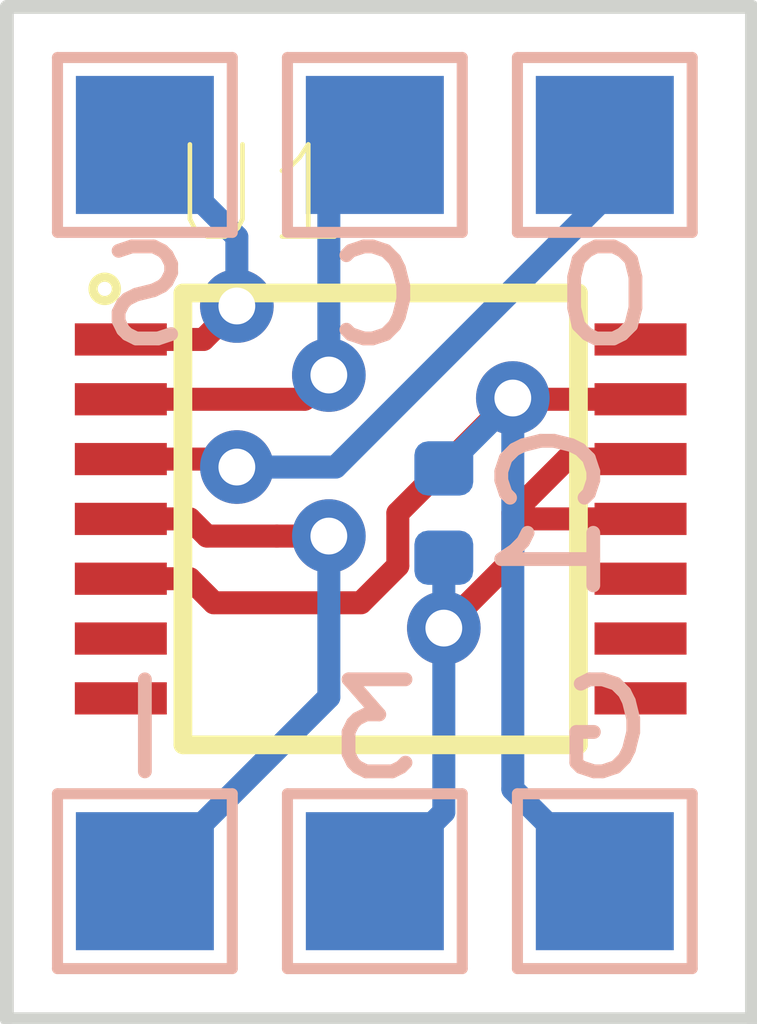
<source format=kicad_pcb>
(kicad_pcb (version 20171130) (host pcbnew 5.1.5+dfsg1-2build2)

  (general
    (thickness 1.6)
    (drawings 4)
    (tracks 46)
    (zones 0)
    (modules 8)
    (nets 13)
  )

  (page A4)
  (layers
    (0 F.Cu signal)
    (31 B.Cu signal)
    (32 B.Adhes user)
    (33 F.Adhes user)
    (34 B.Paste user)
    (35 F.Paste user)
    (36 B.SilkS user)
    (37 F.SilkS user)
    (38 B.Mask user)
    (39 F.Mask user)
    (40 Dwgs.User user)
    (41 Cmts.User user)
    (42 Eco1.User user)
    (43 Eco2.User user)
    (44 Edge.Cuts user)
    (45 Margin user)
    (46 B.CrtYd user)
    (47 F.CrtYd user)
    (48 B.Fab user)
    (49 F.Fab user)
  )

  (setup
    (last_trace_width 0.25)
    (trace_clearance 0.2)
    (zone_clearance 0.508)
    (zone_45_only no)
    (trace_min 0.2)
    (via_size 0.8)
    (via_drill 0.4)
    (via_min_size 0.4)
    (via_min_drill 0.3)
    (uvia_size 0.3)
    (uvia_drill 0.1)
    (uvias_allowed no)
    (uvia_min_size 0.2)
    (uvia_min_drill 0.1)
    (edge_width 0.15)
    (segment_width 0.2)
    (pcb_text_width 0.3)
    (pcb_text_size 1.5 1.5)
    (mod_edge_width 0.15)
    (mod_text_size 1 1)
    (mod_text_width 0.15)
    (pad_size 1.524 1.524)
    (pad_drill 0.762)
    (pad_to_mask_clearance 0.051)
    (solder_mask_min_width 0.25)
    (aux_axis_origin 0 0)
    (visible_elements FFFFFF7F)
    (pcbplotparams
      (layerselection 0x010f0_ffffffff)
      (usegerberextensions false)
      (usegerberattributes false)
      (usegerberadvancedattributes false)
      (creategerberjobfile false)
      (excludeedgelayer true)
      (linewidth 0.100000)
      (plotframeref false)
      (viasonmask false)
      (mode 1)
      (useauxorigin false)
      (hpglpennumber 1)
      (hpglpenspeed 20)
      (hpglpendiameter 15.000000)
      (psnegative false)
      (psa4output false)
      (plotreference true)
      (plotvalue true)
      (plotinvisibletext false)
      (padsonsilk false)
      (subtractmaskfromsilk false)
      (outputformat 1)
      (mirror false)
      (drillshape 0)
      (scaleselection 1)
      (outputdirectory ""))
  )

  (net 0 "")
  (net 1 +3V3)
  (net 2 "Net-(Clk1-Pad1)")
  (net 3 "Net-(U1-Pad4)")
  (net 4 "Net-(U1-Pad3)")
  (net 5 GND)
  (net 6 "Net-(Sc1-Pad1)")
  (net 7 "Net-(U1-Pad6)")
  (net 8 "Net-(U1-Pad7)")
  (net 9 "Net-(U1-Pad8)")
  (net 10 "Net-(U1-Pad9)")
  (net 11 "Net-(U1-Pad10)")
  (net 12 "Net-(U1-Pad14)")

  (net_class Default "This is the default net class."
    (clearance 0.2)
    (trace_width 0.25)
    (via_dia 0.8)
    (via_drill 0.4)
    (uvia_dia 0.3)
    (uvia_drill 0.1)
    (add_net +3V3)
    (add_net GND)
    (add_net "Net-(Clk1-Pad1)")
    (add_net "Net-(Sc1-Pad1)")
    (add_net "Net-(U1-Pad10)")
    (add_net "Net-(U1-Pad14)")
    (add_net "Net-(U1-Pad3)")
    (add_net "Net-(U1-Pad4)")
    (add_net "Net-(U1-Pad6)")
    (add_net "Net-(U1-Pad7)")
    (add_net "Net-(U1-Pad8)")
    (add_net "Net-(U1-Pad9)")
  )

  (module Capacitor_SMD:C_0402_1005Metric (layer B.Cu) (tedit 5B301BBE) (tstamp 5D6E646B)
    (at 34.25 30.5 90)
    (descr "Capacitor SMD 0402 (1005 Metric), square (rectangular) end terminal, IPC_7351 nominal, (Body size source: http://www.tortai-tech.com/upload/download/2011102023233369053.pdf), generated with kicad-footprint-generator")
    (tags capacitor)
    (path /5D66594B)
    (attr smd)
    (fp_text reference C1 (at 0 1.17 90) (layer B.SilkS)
      (effects (font (size 1 1) (thickness 0.15)) (justify mirror))
    )
    (fp_text value C (at 0 -1.17 90) (layer B.Fab)
      (effects (font (size 1 1) (thickness 0.15)) (justify mirror))
    )
    (fp_line (start -0.5 -0.25) (end -0.5 0.25) (layer B.Fab) (width 0.1))
    (fp_line (start -0.5 0.25) (end 0.5 0.25) (layer B.Fab) (width 0.1))
    (fp_line (start 0.5 0.25) (end 0.5 -0.25) (layer B.Fab) (width 0.1))
    (fp_line (start 0.5 -0.25) (end -0.5 -0.25) (layer B.Fab) (width 0.1))
    (fp_line (start -0.93 -0.47) (end -0.93 0.47) (layer B.CrtYd) (width 0.05))
    (fp_line (start -0.93 0.47) (end 0.93 0.47) (layer B.CrtYd) (width 0.05))
    (fp_line (start 0.93 0.47) (end 0.93 -0.47) (layer B.CrtYd) (width 0.05))
    (fp_line (start 0.93 -0.47) (end -0.93 -0.47) (layer B.CrtYd) (width 0.05))
    (fp_text user %R (at 0 0 90) (layer B.Fab)
      (effects (font (size 0.25 0.25) (thickness 0.04)) (justify mirror))
    )
    (pad 1 smd roundrect (at -0.485 0 90) (size 0.59 0.64) (layers B.Cu B.Paste B.Mask) (roundrect_rratio 0.25)
      (net 1 +3V3))
    (pad 2 smd roundrect (at 0.485 0 90) (size 0.59 0.64) (layers B.Cu B.Paste B.Mask) (roundrect_rratio 0.25)
      (net 5 GND))
    (model ${KISYS3DMOD}/Capacitor_SMD.3dshapes/C_0402_1005Metric.wrl
      (at (xyz 0 0 0))
      (scale (xyz 1 1 1))
      (rotate (xyz 0 0 0))
    )
  )

  (module TestPoint:TestPoint_Pad_1.5x1.5mm (layer B.Cu) (tedit 5D6675DA) (tstamp 5D6DEA55)
    (at 31 26.5)
    (descr "SMD rectangular pad as test Point, square 1.5mm side length")
    (tags "test point SMD pad rectangle square")
    (path /5D65C92D)
    (attr virtual)
    (fp_text reference S (at 0 1.648) (layer B.SilkS)
      (effects (font (size 1 1) (thickness 0.15)) (justify mirror))
    )
    (fp_text value Conn_01x01 (at 0 -1.75) (layer B.Fab) hide
      (effects (font (size 1 1) (thickness 0.15)) (justify mirror))
    )
    (fp_text user %R (at 0 1.65) (layer B.Fab)
      (effects (font (size 1 1) (thickness 0.15)) (justify mirror))
    )
    (fp_line (start -0.95 0.95) (end 0.95 0.95) (layer B.SilkS) (width 0.12))
    (fp_line (start 0.95 0.95) (end 0.95 -0.95) (layer B.SilkS) (width 0.12))
    (fp_line (start 0.95 -0.95) (end -0.95 -0.95) (layer B.SilkS) (width 0.12))
    (fp_line (start -0.95 -0.95) (end -0.95 0.95) (layer B.SilkS) (width 0.12))
    (fp_line (start -1.25 1.25) (end 1.25 1.25) (layer B.CrtYd) (width 0.05))
    (fp_line (start -1.25 1.25) (end -1.25 -1.25) (layer B.CrtYd) (width 0.05))
    (fp_line (start 1.25 -1.25) (end 1.25 1.25) (layer B.CrtYd) (width 0.05))
    (fp_line (start 1.25 -1.25) (end -1.25 -1.25) (layer B.CrtYd) (width 0.05))
    (pad 1 smd rect (at 0 0) (size 1.5 1.5) (layers B.Cu B.Mask)
      (net 6 "Net-(Sc1-Pad1)"))
  )

  (module TestPoint:TestPoint_Pad_1.5x1.5mm (layer B.Cu) (tedit 5D6674C6) (tstamp 5D6DEA48)
    (at 36 34.5 180)
    (descr "SMD rectangular pad as test Point, square 1.5mm side length")
    (tags "test point SMD pad rectangle square")
    (path /5D65C7B4)
    (attr virtual)
    (fp_text reference G (at 0 1.648 180) (layer B.SilkS)
      (effects (font (size 1 1) (thickness 0.15)) (justify mirror))
    )
    (fp_text value Conn_01x01 (at 0 -1.75 180) (layer B.Fab) hide
      (effects (font (size 1 1) (thickness 0.15)) (justify mirror))
    )
    (fp_line (start 1.25 -1.25) (end -1.25 -1.25) (layer B.CrtYd) (width 0.05))
    (fp_line (start 1.25 -1.25) (end 1.25 1.25) (layer B.CrtYd) (width 0.05))
    (fp_line (start -1.25 1.25) (end -1.25 -1.25) (layer B.CrtYd) (width 0.05))
    (fp_line (start -1.25 1.25) (end 1.25 1.25) (layer B.CrtYd) (width 0.05))
    (fp_line (start -0.95 -0.95) (end -0.95 0.95) (layer B.SilkS) (width 0.12))
    (fp_line (start 0.95 -0.95) (end -0.95 -0.95) (layer B.SilkS) (width 0.12))
    (fp_line (start 0.95 0.95) (end 0.95 -0.95) (layer B.SilkS) (width 0.12))
    (fp_line (start -0.95 0.95) (end 0.95 0.95) (layer B.SilkS) (width 0.12))
    (fp_text user %R (at 0 1.65 180) (layer B.Fab)
      (effects (font (size 1 1) (thickness 0.15)) (justify mirror))
    )
    (pad 1 smd rect (at 0 0 180) (size 1.5 1.5) (layers B.Cu B.Mask)
      (net 5 GND))
  )

  (module TestPoint:TestPoint_Pad_1.5x1.5mm (layer B.Cu) (tedit 5D6675F9) (tstamp 5D6DEA3B)
    (at 36 26.5)
    (descr "SMD rectangular pad as test Point, square 1.5mm side length")
    (tags "test point SMD pad rectangle square")
    (path /5D65CD52)
    (attr virtual)
    (fp_text reference O (at 0 1.648) (layer B.SilkS)
      (effects (font (size 1 1) (thickness 0.15)) (justify mirror))
    )
    (fp_text value Conn_01x01 (at 0 -1.75) (layer B.Fab) hide
      (effects (font (size 1 1) (thickness 0.15)) (justify mirror))
    )
    (fp_text user %R (at 0 1.65) (layer B.Fab)
      (effects (font (size 1 1) (thickness 0.15)) (justify mirror))
    )
    (fp_line (start -0.95 0.95) (end 0.95 0.95) (layer B.SilkS) (width 0.12))
    (fp_line (start 0.95 0.95) (end 0.95 -0.95) (layer B.SilkS) (width 0.12))
    (fp_line (start 0.95 -0.95) (end -0.95 -0.95) (layer B.SilkS) (width 0.12))
    (fp_line (start -0.95 -0.95) (end -0.95 0.95) (layer B.SilkS) (width 0.12))
    (fp_line (start -1.25 1.25) (end 1.25 1.25) (layer B.CrtYd) (width 0.05))
    (fp_line (start -1.25 1.25) (end -1.25 -1.25) (layer B.CrtYd) (width 0.05))
    (fp_line (start 1.25 -1.25) (end 1.25 1.25) (layer B.CrtYd) (width 0.05))
    (fp_line (start 1.25 -1.25) (end -1.25 -1.25) (layer B.CrtYd) (width 0.05))
    (pad 1 smd rect (at 0 0) (size 1.5 1.5) (layers B.Cu B.Mask)
      (net 4 "Net-(U1-Pad3)"))
  )

  (module TestPoint:TestPoint_Pad_1.5x1.5mm (layer B.Cu) (tedit 5D6675D1) (tstamp 5D6DEA2E)
    (at 31 34.5 180)
    (descr "SMD rectangular pad as test Point, square 1.5mm side length")
    (tags "test point SMD pad rectangle square")
    (path /5D65CBE9)
    (attr virtual)
    (fp_text reference I (at 0 1.648 180) (layer B.SilkS)
      (effects (font (size 1 1) (thickness 0.15)) (justify mirror))
    )
    (fp_text value Conn_01x01 (at 0 -1.75 180) (layer B.Fab) hide
      (effects (font (size 1 1) (thickness 0.15)) (justify mirror))
    )
    (fp_line (start 1.25 -1.25) (end -1.25 -1.25) (layer B.CrtYd) (width 0.05))
    (fp_line (start 1.25 -1.25) (end 1.25 1.25) (layer B.CrtYd) (width 0.05))
    (fp_line (start -1.25 1.25) (end -1.25 -1.25) (layer B.CrtYd) (width 0.05))
    (fp_line (start -1.25 1.25) (end 1.25 1.25) (layer B.CrtYd) (width 0.05))
    (fp_line (start -0.95 -0.95) (end -0.95 0.95) (layer B.SilkS) (width 0.12))
    (fp_line (start 0.95 -0.95) (end -0.95 -0.95) (layer B.SilkS) (width 0.12))
    (fp_line (start 0.95 0.95) (end 0.95 -0.95) (layer B.SilkS) (width 0.12))
    (fp_line (start -0.95 0.95) (end 0.95 0.95) (layer B.SilkS) (width 0.12))
    (fp_text user %R (at 0 1.65 180) (layer B.Fab)
      (effects (font (size 1 1) (thickness 0.15)) (justify mirror))
    )
    (pad 1 smd rect (at 0 0 180) (size 1.5 1.5) (layers B.Cu B.Mask)
      (net 3 "Net-(U1-Pad4)"))
  )

  (module TestPoint:TestPoint_Pad_1.5x1.5mm (layer B.Cu) (tedit 5D6675EA) (tstamp 5D6DEA21)
    (at 33.5 26.5)
    (descr "SMD rectangular pad as test Point, square 1.5mm side length")
    (tags "test point SMD pad rectangle square")
    (path /5D65CA8A)
    (attr virtual)
    (fp_text reference C (at 0 1.648) (layer B.SilkS)
      (effects (font (size 1 1) (thickness 0.15)) (justify mirror))
    )
    (fp_text value Conn_01x01 (at 0 -1.75) (layer B.Fab) hide
      (effects (font (size 1 1) (thickness 0.15)) (justify mirror))
    )
    (fp_text user %R (at 0 1.65) (layer B.Fab)
      (effects (font (size 1 1) (thickness 0.15)) (justify mirror))
    )
    (fp_line (start -0.95 0.95) (end 0.95 0.95) (layer B.SilkS) (width 0.12))
    (fp_line (start 0.95 0.95) (end 0.95 -0.95) (layer B.SilkS) (width 0.12))
    (fp_line (start 0.95 -0.95) (end -0.95 -0.95) (layer B.SilkS) (width 0.12))
    (fp_line (start -0.95 -0.95) (end -0.95 0.95) (layer B.SilkS) (width 0.12))
    (fp_line (start -1.25 1.25) (end 1.25 1.25) (layer B.CrtYd) (width 0.05))
    (fp_line (start -1.25 1.25) (end -1.25 -1.25) (layer B.CrtYd) (width 0.05))
    (fp_line (start 1.25 -1.25) (end 1.25 1.25) (layer B.CrtYd) (width 0.05))
    (fp_line (start 1.25 -1.25) (end -1.25 -1.25) (layer B.CrtYd) (width 0.05))
    (pad 1 smd rect (at 0 0) (size 1.5 1.5) (layers B.Cu B.Mask)
      (net 2 "Net-(Clk1-Pad1)"))
  )

  (module TestPoint:TestPoint_Pad_1.5x1.5mm (layer B.Cu) (tedit 5D6674E7) (tstamp 5D6DE838)
    (at 33.5 34.5 180)
    (descr "SMD rectangular pad as test Point, square 1.5mm side length")
    (tags "test point SMD pad rectangle square")
    (path /5D65C4F9)
    (attr virtual)
    (fp_text reference 3 (at 0 1.648 180) (layer B.SilkS)
      (effects (font (size 1 1) (thickness 0.15)) (justify mirror))
    )
    (fp_text value Conn_01x01 (at 0 -1.75 180) (layer B.Fab) hide
      (effects (font (size 1 1) (thickness 0.15)) (justify mirror))
    )
    (fp_text user %R (at 0 1.65 180) (layer B.Fab)
      (effects (font (size 1 1) (thickness 0.15)) (justify mirror))
    )
    (fp_line (start -0.95 0.95) (end 0.95 0.95) (layer B.SilkS) (width 0.12))
    (fp_line (start 0.95 0.95) (end 0.95 -0.95) (layer B.SilkS) (width 0.12))
    (fp_line (start 0.95 -0.95) (end -0.95 -0.95) (layer B.SilkS) (width 0.12))
    (fp_line (start -0.95 -0.95) (end -0.95 0.95) (layer B.SilkS) (width 0.12))
    (fp_line (start -1.25 1.25) (end 1.25 1.25) (layer B.CrtYd) (width 0.05))
    (fp_line (start -1.25 1.25) (end -1.25 -1.25) (layer B.CrtYd) (width 0.05))
    (fp_line (start 1.25 -1.25) (end 1.25 1.25) (layer B.CrtYd) (width 0.05))
    (fp_line (start 1.25 -1.25) (end -1.25 -1.25) (layer B.CrtYd) (width 0.05))
    (pad 1 smd rect (at 0 0 180) (size 1.5 1.5) (layers B.Cu B.Mask)
      (net 1 +3V3))
  )

  (module SOP65P640X120-14N (layer F.Cu) (tedit 5D667561) (tstamp 5D6DE466)
    (at 33.563501 30.563501)
    (path /5D656ED1)
    (attr smd)
    (fp_text reference U1 (at -1.31141 -3.52881) (layer F.SilkS)
      (effects (font (size 1.00108 1.00108) (thickness 0.05)))
    )
    (fp_text value AS5048A-HTSP-500 (at -0.57545 3.55785) (layer F.SilkS) hide
      (effects (font (size 1.0008 1.0008) (thickness 0.05)))
    )
    (fp_line (start -2.15 2.455) (end -2.15 -2.455) (layer F.SilkS) (width 0.2032))
    (fp_line (start -2.15 -2.455) (end 2.15 -2.455) (layer F.SilkS) (width 0.2032))
    (fp_line (start 2.15 2.455) (end -2.15 2.455) (layer F.SilkS) (width 0.2032))
    (fp_line (start 2.15 -2.455) (end 2.15 2.455) (layer F.SilkS) (width 0.2032))
    (fp_circle (center -1.525 -1.825) (end -1.15 -1.825) (layer Eco2.User) (width 0.1))
    (fp_poly (pts (xy -2.22699 -2.10199) (xy -2.22699 -1.79935) (xy -3.20065 -1.79935) (xy -3.20065 -2.10199)) (layer Eco2.User) (width 0))
    (fp_poly (pts (xy -2.22713 -1.45213) (xy -2.22713 -1.14881) (xy -3.20119 -1.14881) (xy -3.20119 -1.45213)) (layer Eco2.User) (width 0))
    (fp_poly (pts (xy -2.22531 -0.800306) (xy -2.22531 -0.499726) (xy -3.20027 -0.499727) (xy -3.20027 -0.800307)) (layer Eco2.User) (width 0))
    (fp_poly (pts (xy -2.22553 -0.150531) (xy -2.22553 0.150749) (xy -3.20075 0.150749) (xy -3.20075 -0.150531)) (layer Eco2.User) (width 0))
    (fp_poly (pts (xy -2.22591 0.499095) (xy -2.22591 0.802095) (xy -3.20209 0.802095) (xy -3.20209 0.499095)) (layer Eco2.User) (width 0))
    (fp_poly (pts (xy -2.22607 1.14893) (xy -2.22607 1.45462) (xy -3.20462 1.45462) (xy -3.20462 1.14893)) (layer Eco2.User) (width 0))
    (fp_poly (pts (xy -2.22504 1.79996) (xy -2.22504 2.10052) (xy -3.20052 2.10052) (xy -3.20052 1.79996)) (layer Eco2.User) (width 0))
    (fp_poly (pts (xy 2.22512 2.09988) (xy 2.22512 1.80464) (xy 3.20464 1.80464) (xy 3.20464 2.09988)) (layer Eco2.User) (width 0))
    (fp_poly (pts (xy 2.22524 1.44976) (xy 2.22524 1.15135) (xy 3.20135 1.15135) (xy 3.20135 1.44976)) (layer Eco2.User) (width 0))
    (fp_poly (pts (xy 2.22542 0.79958) (xy 2.22542 0.50109) (xy 3.20109 0.50109) (xy 3.20109 0.79958)) (layer Eco2.User) (width 0))
    (fp_poly (pts (xy 2.22676 0.148239) (xy 2.22676 -0.147411) (xy 3.20259 -0.147411) (xy 3.20259 0.148239)) (layer Eco2.User) (width 0))
    (fp_poly (pts (xy 2.22584 -0.500835) (xy 2.22584 -0.799265) (xy 3.20073 -0.799265) (xy 3.20073 -0.500835)) (layer Eco2.User) (width 0))
    (fp_poly (pts (xy 2.22525 -1.15025) (xy 2.22525 -1.44987) (xy 3.20013 -1.44987) (xy 3.20013 -1.15025)) (layer Eco2.User) (width 0))
    (fp_poly (pts (xy 2.22623 -1.80123) (xy 2.22623 -2.09966) (xy 3.20033 -2.09966) (xy 3.20033 -1.80123)) (layer Eco2.User) (width 0))
    (fp_circle (center -3 -2.5) (end -2.873 -2.5) (layer F.SilkS) (width 0.1))
    (fp_line (start -3.75 -2.75) (end 3.75 -2.75) (layer Eco1.User) (width 0.127))
    (fp_line (start 3.75 -2.75) (end 3.75 2.75) (layer Eco1.User) (width 0.127))
    (fp_line (start 3.75 2.75) (end -3.75 2.75) (layer Eco1.User) (width 0.127))
    (fp_line (start -3.75 2.75) (end -3.75 -2.75) (layer Eco1.User) (width 0.127))
    (pad 1 smd rect (at -2.825 -1.95 270) (size 0.35 1) (layers F.Cu F.Paste F.Mask)
      (net 6 "Net-(Sc1-Pad1)"))
    (pad 2 smd rect (at -2.825 -1.3 270) (size 0.35 1) (layers F.Cu F.Paste F.Mask)
      (net 2 "Net-(Clk1-Pad1)"))
    (pad 3 smd rect (at -2.825 -0.65 270) (size 0.35 1) (layers F.Cu F.Paste F.Mask)
      (net 4 "Net-(U1-Pad3)"))
    (pad 4 smd rect (at -2.825 0 270) (size 0.35 1) (layers F.Cu F.Paste F.Mask)
      (net 3 "Net-(U1-Pad4)"))
    (pad 5 smd rect (at -2.825 0.65 270) (size 0.35 1) (layers F.Cu F.Paste F.Mask)
      (net 5 GND))
    (pad 6 smd rect (at -2.825 1.3 270) (size 0.35 1) (layers F.Cu F.Paste F.Mask)
      (net 7 "Net-(U1-Pad6)"))
    (pad 7 smd rect (at -2.825 1.95 270) (size 0.35 1) (layers F.Cu F.Paste F.Mask)
      (net 8 "Net-(U1-Pad7)"))
    (pad 8 smd rect (at 2.825 1.95 90) (size 0.35 1) (layers F.Cu F.Paste F.Mask)
      (net 9 "Net-(U1-Pad8)"))
    (pad 9 smd rect (at 2.825 1.3 90) (size 0.35 1) (layers F.Cu F.Paste F.Mask)
      (net 10 "Net-(U1-Pad9)"))
    (pad 10 smd rect (at 2.825 0.65 90) (size 0.35 1) (layers F.Cu F.Paste F.Mask)
      (net 11 "Net-(U1-Pad10)"))
    (pad 11 smd rect (at 2.825 0 90) (size 0.35 1) (layers F.Cu F.Paste F.Mask)
      (net 1 +3V3))
    (pad 12 smd rect (at 2.825 -0.65 90) (size 0.35 1) (layers F.Cu F.Paste F.Mask)
      (net 1 +3V3))
    (pad 13 smd rect (at 2.825 -1.3 90) (size 0.35 1) (layers F.Cu F.Paste F.Mask)
      (net 5 GND))
    (pad 14 smd rect (at 2.825 -1.95 90) (size 0.35 1) (layers F.Cu F.Paste F.Mask)
      (net 12 "Net-(U1-Pad14)"))
  )

  (gr_line (start 29.5 36) (end 29.5 25) (layer Edge.Cuts) (width 0.15))
  (gr_line (start 37.6 36) (end 29.5 36) (layer Edge.Cuts) (width 0.15))
  (gr_line (start 37.6 25) (end 37.6 36) (layer Edge.Cuts) (width 0.15))
  (gr_line (start 29.5 25) (end 37.6 25) (layer Edge.Cuts) (width 0.15))

  (via (at 34.25 31.75) (size 0.8) (drill 0.4) (layers F.Cu B.Cu) (net 1))
  (segment (start 36.388501 29.913501) (end 35.586499 29.913501) (width 0.25) (layer F.Cu) (net 1))
  (segment (start 35.586499 29.913501) (end 35 30.5) (width 0.25) (layer F.Cu) (net 1))
  (segment (start 35.063501 30.563501) (end 36.388501 30.563501) (width 0.25) (layer F.Cu) (net 1))
  (segment (start 35 30.5) (end 35.063501 30.563501) (width 0.25) (layer F.Cu) (net 1))
  (segment (start 35 31) (end 34.25 31.75) (width 0.25) (layer F.Cu) (net 1))
  (segment (start 35 30.5) (end 35 31) (width 0.25) (layer F.Cu) (net 1))
  (segment (start 34.25 33.75) (end 33.5 34.5) (width 0.25) (layer B.Cu) (net 1))
  (segment (start 34.25 31.75) (end 34.25 33.75) (width 0.25) (layer B.Cu) (net 1))
  (segment (start 34.25 30.985) (end 34.25 31.75) (width 0.25) (layer B.Cu) (net 1))
  (via (at 33 29) (size 0.8) (drill 0.4) (layers F.Cu B.Cu) (net 2))
  (segment (start 32.736499 29.263501) (end 33 29) (width 0.25) (layer F.Cu) (net 2))
  (segment (start 30.738501 29.263501) (end 32.736499 29.263501) (width 0.25) (layer F.Cu) (net 2))
  (segment (start 33 27) (end 33.5 26.5) (width 0.25) (layer B.Cu) (net 2))
  (segment (start 33 29) (end 33 27) (width 0.25) (layer B.Cu) (net 2))
  (via (at 33 30.75) (size 0.8) (drill 0.4) (layers F.Cu B.Cu) (net 3))
  (segment (start 32.434315 30.75) (end 33 30.75) (width 0.25) (layer F.Cu) (net 3))
  (segment (start 31.675 30.75) (end 32.434315 30.75) (width 0.25) (layer F.Cu) (net 3))
  (segment (start 31.488501 30.563501) (end 31.675 30.75) (width 0.25) (layer F.Cu) (net 3))
  (segment (start 30.738501 30.563501) (end 31.488501 30.563501) (width 0.25) (layer F.Cu) (net 3))
  (segment (start 33 32.5) (end 31 34.5) (width 0.25) (layer B.Cu) (net 3))
  (segment (start 33 30.75) (end 33 32.5) (width 0.25) (layer B.Cu) (net 3))
  (via (at 32 30) (size 0.8) (drill 0.4) (layers F.Cu B.Cu) (net 4))
  (segment (start 31.913501 29.913501) (end 32 30) (width 0.25) (layer F.Cu) (net 4))
  (segment (start 30.738501 29.913501) (end 31.913501 29.913501) (width 0.25) (layer F.Cu) (net 4))
  (segment (start 36 27.073002) (end 36 26.5) (width 0.25) (layer B.Cu) (net 4))
  (segment (start 33.073002 30) (end 36 27.073002) (width 0.25) (layer B.Cu) (net 4))
  (segment (start 32 30) (end 33.073002 30) (width 0.25) (layer B.Cu) (net 4))
  (via (at 35 29.25) (size 0.8) (drill 0.4) (layers F.Cu B.Cu) (net 5))
  (segment (start 35.013501 29.263501) (end 35 29.25) (width 0.25) (layer F.Cu) (net 5))
  (segment (start 36.388501 29.263501) (end 35.013501 29.263501) (width 0.25) (layer F.Cu) (net 5))
  (segment (start 33.348001 31.475001) (end 33.75 31.073002) (width 0.25) (layer F.Cu) (net 5))
  (segment (start 31.750001 31.475001) (end 33.348001 31.475001) (width 0.25) (layer F.Cu) (net 5))
  (segment (start 30.738501 31.213501) (end 31.488501 31.213501) (width 0.25) (layer F.Cu) (net 5))
  (segment (start 31.488501 31.213501) (end 31.750001 31.475001) (width 0.25) (layer F.Cu) (net 5))
  (segment (start 33.75 30.5) (end 35 29.25) (width 0.25) (layer F.Cu) (net 5))
  (segment (start 33.75 31.073002) (end 33.75 30.5) (width 0.25) (layer F.Cu) (net 5))
  (segment (start 35 33.5) (end 36 34.5) (width 0.25) (layer B.Cu) (net 5))
  (segment (start 35 29.25) (end 35 33.5) (width 0.25) (layer B.Cu) (net 5))
  (segment (start 35 29.265) (end 34.25 30.015) (width 0.25) (layer B.Cu) (net 5))
  (segment (start 35 29.25) (end 35 29.265) (width 0.25) (layer B.Cu) (net 5))
  (via (at 32 28.25) (size 0.8) (drill 0.4) (layers F.Cu B.Cu) (net 6))
  (segment (start 31.636499 28.613501) (end 32 28.25) (width 0.25) (layer F.Cu) (net 6))
  (segment (start 30.738501 28.613501) (end 31.636499 28.613501) (width 0.25) (layer F.Cu) (net 6))
  (segment (start 32 27.5) (end 31 26.5) (width 0.25) (layer B.Cu) (net 6))
  (segment (start 32 28.25) (end 32 27.5) (width 0.25) (layer B.Cu) (net 6))

)

</source>
